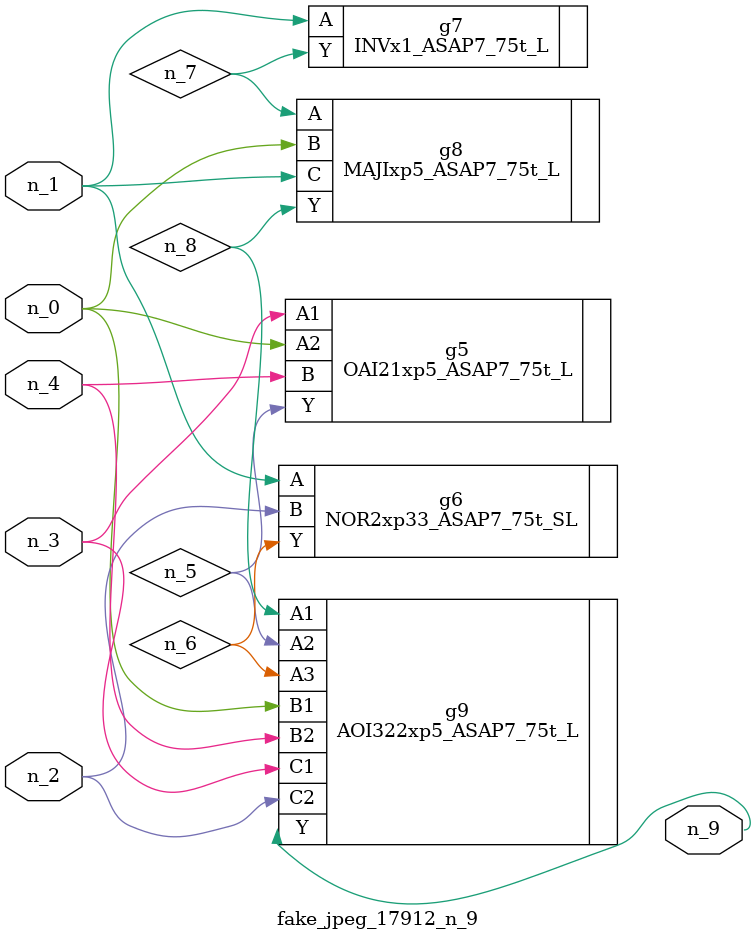
<source format=v>
module fake_jpeg_17912_n_9 (n_3, n_2, n_1, n_0, n_4, n_9);

input n_3;
input n_2;
input n_1;
input n_0;
input n_4;

output n_9;

wire n_8;
wire n_6;
wire n_5;
wire n_7;

OAI21xp5_ASAP7_75t_L g5 ( 
.A1(n_3),
.A2(n_0),
.B(n_4),
.Y(n_5)
);

NOR2xp33_ASAP7_75t_SL g6 ( 
.A(n_1),
.B(n_2),
.Y(n_6)
);

INVx1_ASAP7_75t_L g7 ( 
.A(n_1),
.Y(n_7)
);

MAJIxp5_ASAP7_75t_L g8 ( 
.A(n_7),
.B(n_0),
.C(n_1),
.Y(n_8)
);

AOI322xp5_ASAP7_75t_L g9 ( 
.A1(n_8),
.A2(n_5),
.A3(n_6),
.B1(n_0),
.B2(n_4),
.C1(n_3),
.C2(n_2),
.Y(n_9)
);


endmodule
</source>
